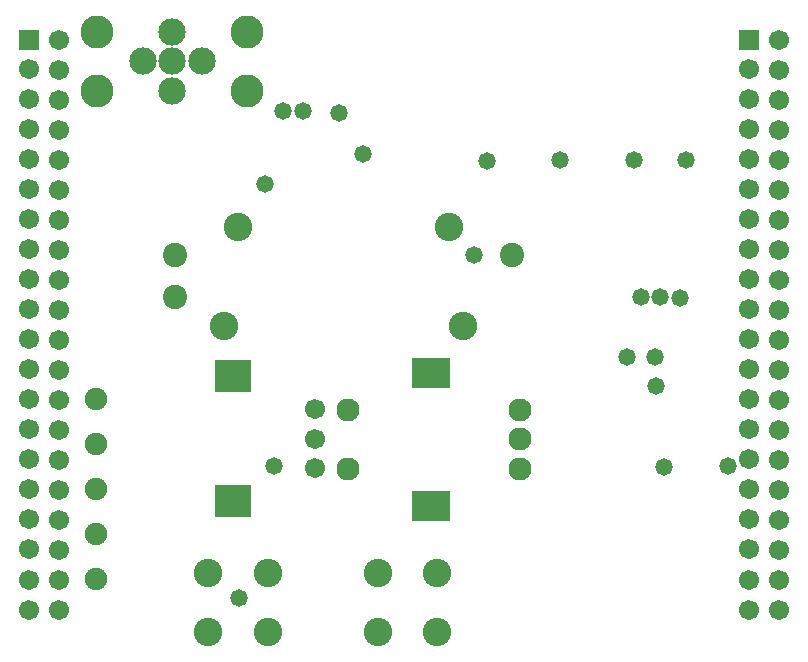
<source format=gbs>
G04 Layer_Color=16711935*
%FSLAX23Y23*%
%MOIN*%
G70*
G01*
G75*
%ADD66C,0.075*%
%ADD67C,0.067*%
%ADD68R,0.120X0.106*%
%ADD69C,0.095*%
%ADD70C,0.081*%
%ADD71R,0.126X0.102*%
%ADD72C,0.077*%
%ADD73R,0.067X0.067*%
%ADD74C,0.110*%
%ADD75C,0.091*%
%ADD76C,0.058*%
D66*
X2319Y2609D02*
D03*
Y2908D02*
D03*
Y2759D02*
D03*
Y2460D02*
D03*
Y2310D02*
D03*
D67*
X3049Y2874D02*
D03*
Y2776D02*
D03*
Y2677D02*
D03*
X4596Y2206D02*
D03*
X4496Y2206D02*
D03*
X4596Y2306D02*
D03*
X4496Y2306D02*
D03*
X4596Y2406D02*
D03*
X4496Y2407D02*
D03*
X4596Y2506D02*
D03*
X4496Y2507D02*
D03*
X4596Y2606D02*
D03*
X4496Y2607D02*
D03*
X4596Y2706D02*
D03*
X4496Y2707D02*
D03*
X4596Y2806D02*
D03*
X4496Y2807D02*
D03*
X4596Y2906D02*
D03*
X4496Y2907D02*
D03*
X4596Y3006D02*
D03*
X4496Y3007D02*
D03*
X4596Y3106D02*
D03*
X4496Y3108D02*
D03*
X4596Y3206D02*
D03*
X4496Y3208D02*
D03*
X4596Y3306D02*
D03*
X4496Y3308D02*
D03*
X4596Y3406D02*
D03*
X4496Y3408D02*
D03*
X4596Y3506D02*
D03*
X4496Y3508D02*
D03*
X4596Y3606D02*
D03*
X4496Y3608D02*
D03*
X4596Y3706D02*
D03*
X4496Y3708D02*
D03*
X4596Y3806D02*
D03*
X4496Y3809D02*
D03*
X4596Y3906D02*
D03*
X4496Y3909D02*
D03*
X4596Y4006D02*
D03*
X4496Y4009D02*
D03*
X4596Y4106D02*
D03*
X2196Y2206D02*
D03*
X2096Y2206D02*
D03*
X2196Y2306D02*
D03*
X2096Y2306D02*
D03*
X2196Y2406D02*
D03*
X2096Y2407D02*
D03*
X2196Y2506D02*
D03*
X2096Y2507D02*
D03*
X2196Y2606D02*
D03*
X2096Y2607D02*
D03*
X2196Y2706D02*
D03*
X2096Y2707D02*
D03*
X2196Y2806D02*
D03*
X2096Y2807D02*
D03*
X2196Y2906D02*
D03*
X2096Y2907D02*
D03*
X2196Y3006D02*
D03*
X2096Y3007D02*
D03*
X2196Y3106D02*
D03*
X2096Y3108D02*
D03*
X2196Y3206D02*
D03*
X2096Y3208D02*
D03*
X2196Y3306D02*
D03*
X2096Y3308D02*
D03*
X2196Y3406D02*
D03*
X2096Y3408D02*
D03*
X2196Y3506D02*
D03*
X2096Y3508D02*
D03*
X2196Y3606D02*
D03*
X2096Y3608D02*
D03*
X2196Y3706D02*
D03*
X2096Y3708D02*
D03*
X2196Y3806D02*
D03*
X2096Y3809D02*
D03*
X2196Y3906D02*
D03*
X2096Y3909D02*
D03*
X2196Y4006D02*
D03*
X2096Y4009D02*
D03*
X2196Y4106D02*
D03*
D68*
X2774Y2567D02*
D03*
Y2984D02*
D03*
D69*
X3541Y3153D02*
D03*
X3494Y3483D02*
D03*
X2746Y3153D02*
D03*
X2793Y3483D02*
D03*
X2890Y2329D02*
D03*
Y2132D02*
D03*
X2693D02*
D03*
Y2329D02*
D03*
X3454D02*
D03*
Y2132D02*
D03*
X3257D02*
D03*
Y2329D02*
D03*
D70*
X3704Y3387D02*
D03*
X2583Y3249D02*
D03*
Y3387D02*
D03*
D71*
X3435Y2994D02*
D03*
Y2553D02*
D03*
D72*
X3159Y2872D02*
D03*
Y2675D02*
D03*
X3730Y2872D02*
D03*
Y2774D02*
D03*
Y2675D02*
D03*
D73*
X4496Y4106D02*
D03*
X2096D02*
D03*
D74*
X2323Y3936D02*
D03*
Y4133D02*
D03*
X2823Y3936D02*
D03*
Y4133D02*
D03*
D75*
X2573Y3936D02*
D03*
Y4133D02*
D03*
X2671Y4035D02*
D03*
X2474D02*
D03*
X2573D02*
D03*
D76*
X4284Y3706D02*
D03*
X3623Y3703D02*
D03*
X2911Y2685D02*
D03*
X2795Y2244D02*
D03*
X4089Y3050D02*
D03*
X4211Y2681D02*
D03*
X4426Y2685D02*
D03*
X4264Y3245D02*
D03*
X4199Y3247D02*
D03*
X4134Y3248D02*
D03*
X2882Y3625D02*
D03*
X3007Y3867D02*
D03*
X3129Y3863D02*
D03*
X2942Y3868D02*
D03*
X4113Y3704D02*
D03*
X3865D02*
D03*
X3209Y3726D02*
D03*
X3579Y3387D02*
D03*
X4184Y2953D02*
D03*
X4180Y3048D02*
D03*
M02*

</source>
